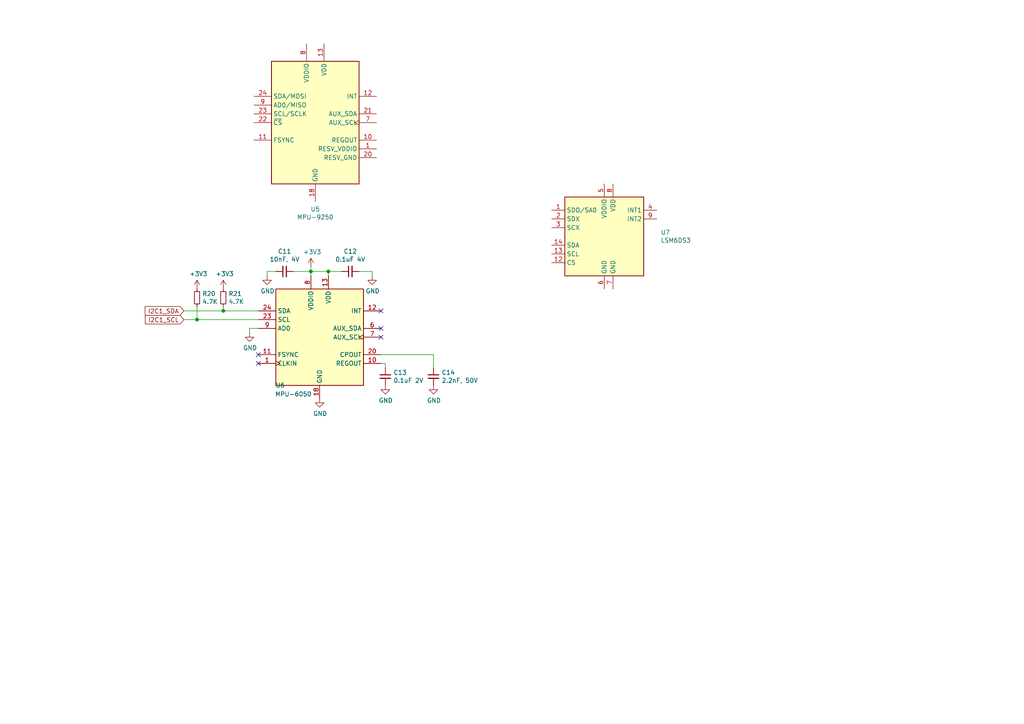
<source format=kicad_sch>
(kicad_sch (version 20211123) (generator eeschema)

  (uuid e9ccf703-6dd7-4622-b0b2-be36431512d4)

  (paper "A4")

  (lib_symbols
    (symbol "Device:C_Small" (pin_numbers hide) (pin_names (offset 0.254) hide) (in_bom yes) (on_board yes)
      (property "Reference" "C" (id 0) (at 0.254 1.778 0)
        (effects (font (size 1.27 1.27)) (justify left))
      )
      (property "Value" "C_Small" (id 1) (at 0.254 -2.032 0)
        (effects (font (size 1.27 1.27)) (justify left))
      )
      (property "Footprint" "" (id 2) (at 0 0 0)
        (effects (font (size 1.27 1.27)) hide)
      )
      (property "Datasheet" "~" (id 3) (at 0 0 0)
        (effects (font (size 1.27 1.27)) hide)
      )
      (property "ki_keywords" "capacitor cap" (id 4) (at 0 0 0)
        (effects (font (size 1.27 1.27)) hide)
      )
      (property "ki_description" "Unpolarized capacitor, small symbol" (id 5) (at 0 0 0)
        (effects (font (size 1.27 1.27)) hide)
      )
      (property "ki_fp_filters" "C_*" (id 6) (at 0 0 0)
        (effects (font (size 1.27 1.27)) hide)
      )
      (symbol "C_Small_0_1"
        (polyline
          (pts
            (xy -1.524 -0.508)
            (xy 1.524 -0.508)
          )
          (stroke (width 0.3302) (type default) (color 0 0 0 0))
          (fill (type none))
        )
        (polyline
          (pts
            (xy -1.524 0.508)
            (xy 1.524 0.508)
          )
          (stroke (width 0.3048) (type default) (color 0 0 0 0))
          (fill (type none))
        )
      )
      (symbol "C_Small_1_1"
        (pin passive line (at 0 2.54 270) (length 2.032)
          (name "~" (effects (font (size 1.27 1.27))))
          (number "1" (effects (font (size 1.27 1.27))))
        )
        (pin passive line (at 0 -2.54 90) (length 2.032)
          (name "~" (effects (font (size 1.27 1.27))))
          (number "2" (effects (font (size 1.27 1.27))))
        )
      )
    )
    (symbol "Device:R_Small" (pin_numbers hide) (pin_names (offset 0.254) hide) (in_bom yes) (on_board yes)
      (property "Reference" "R" (id 0) (at 0.762 0.508 0)
        (effects (font (size 1.27 1.27)) (justify left))
      )
      (property "Value" "R_Small" (id 1) (at 0.762 -1.016 0)
        (effects (font (size 1.27 1.27)) (justify left))
      )
      (property "Footprint" "" (id 2) (at 0 0 0)
        (effects (font (size 1.27 1.27)) hide)
      )
      (property "Datasheet" "~" (id 3) (at 0 0 0)
        (effects (font (size 1.27 1.27)) hide)
      )
      (property "ki_keywords" "R resistor" (id 4) (at 0 0 0)
        (effects (font (size 1.27 1.27)) hide)
      )
      (property "ki_description" "Resistor, small symbol" (id 5) (at 0 0 0)
        (effects (font (size 1.27 1.27)) hide)
      )
      (property "ki_fp_filters" "R_*" (id 6) (at 0 0 0)
        (effects (font (size 1.27 1.27)) hide)
      )
      (symbol "R_Small_0_1"
        (rectangle (start -0.762 1.778) (end 0.762 -1.778)
          (stroke (width 0.2032) (type default) (color 0 0 0 0))
          (fill (type none))
        )
      )
      (symbol "R_Small_1_1"
        (pin passive line (at 0 2.54 270) (length 0.762)
          (name "~" (effects (font (size 1.27 1.27))))
          (number "1" (effects (font (size 1.27 1.27))))
        )
        (pin passive line (at 0 -2.54 90) (length 0.762)
          (name "~" (effects (font (size 1.27 1.27))))
          (number "2" (effects (font (size 1.27 1.27))))
        )
      )
    )
    (symbol "ECE477_PCB-rescue:+3.3V-power" (power) (pin_names (offset 0)) (in_bom yes) (on_board yes)
      (property "Reference" "#PWR" (id 0) (at 0 -3.81 0)
        (effects (font (size 1.27 1.27)) hide)
      )
      (property "Value" "+3.3V-power" (id 1) (at 0 3.556 0)
        (effects (font (size 1.27 1.27)))
      )
      (property "Footprint" "" (id 2) (at 0 0 0)
        (effects (font (size 1.27 1.27)) hide)
      )
      (property "Datasheet" "" (id 3) (at 0 0 0)
        (effects (font (size 1.27 1.27)) hide)
      )
      (symbol "+3.3V-power_0_1"
        (polyline
          (pts
            (xy -0.762 1.27)
            (xy 0 2.54)
          )
          (stroke (width 0) (type default) (color 0 0 0 0))
          (fill (type none))
        )
        (polyline
          (pts
            (xy 0 0)
            (xy 0 2.54)
          )
          (stroke (width 0) (type default) (color 0 0 0 0))
          (fill (type none))
        )
        (polyline
          (pts
            (xy 0 2.54)
            (xy 0.762 1.27)
          )
          (stroke (width 0) (type default) (color 0 0 0 0))
          (fill (type none))
        )
      )
      (symbol "+3.3V-power_1_1"
        (pin power_in line (at 0 0 90) (length 0) hide
          (name "+3V3" (effects (font (size 1.27 1.27))))
          (number "1" (effects (font (size 1.27 1.27))))
        )
      )
    )
    (symbol "Sensor_Motion:LSM6DS3" (in_bom yes) (on_board yes)
      (property "Reference" "U" (id 0) (at -11.43 15.24 0)
        (effects (font (size 1.27 1.27)) (justify left))
      )
      (property "Value" "LSM6DS3" (id 1) (at -11.43 12.7 0)
        (effects (font (size 1.27 1.27)) (justify left bottom))
      )
      (property "Footprint" "Package_LGA:LGA-14_3x2.5mm_P0.5mm_LayoutBorder3x4y" (id 2) (at -10.16 -17.78 0)
        (effects (font (size 1.27 1.27)) (justify left) hide)
      )
      (property "Datasheet" "www.st.com/resource/en/datasheet/lsm6ds3.pdf" (id 3) (at 2.54 -16.51 0)
        (effects (font (size 1.27 1.27)) hide)
      )
      (property "ki_keywords" "Accelerometer Gyroscope MEMS" (id 4) (at 0 0 0)
        (effects (font (size 1.27 1.27)) hide)
      )
      (property "ki_description" "I2C/SPI, iNEMO inertial module: always-on 3D accelerometer and 3D gyroscope" (id 5) (at 0 0 0)
        (effects (font (size 1.27 1.27)) hide)
      )
      (property "ki_fp_filters" "LGA*3x2.5mm*P0.5mm*LayoutBorder3x4y*" (id 6) (at 0 0 0)
        (effects (font (size 1.27 1.27)) hide)
      )
      (symbol "LSM6DS3_0_1"
        (rectangle (start 11.43 11.43) (end -11.43 -11.43)
          (stroke (width 0.254) (type default) (color 0 0 0 0))
          (fill (type background))
        )
      )
      (symbol "LSM6DS3_1_1"
        (pin bidirectional line (at -15.24 7.62 0) (length 3.81)
          (name "SDO/SA0" (effects (font (size 1.27 1.27))))
          (number "1" (effects (font (size 1.27 1.27))))
        )
        (pin no_connect line (at 10.16 -5.08 180) (length 3.81) hide
          (name "NC" (effects (font (size 1.27 1.27))))
          (number "10" (effects (font (size 1.27 1.27))))
        )
        (pin no_connect line (at 10.16 -2.54 180) (length 3.81) hide
          (name "NC" (effects (font (size 1.27 1.27))))
          (number "11" (effects (font (size 1.27 1.27))))
        )
        (pin input line (at -15.24 -7.62 0) (length 3.81)
          (name "CS" (effects (font (size 1.27 1.27))))
          (number "12" (effects (font (size 1.27 1.27))))
        )
        (pin input line (at -15.24 -5.08 0) (length 3.81)
          (name "SCL" (effects (font (size 1.27 1.27))))
          (number "13" (effects (font (size 1.27 1.27))))
        )
        (pin bidirectional line (at -15.24 -2.54 0) (length 3.81)
          (name "SDA" (effects (font (size 1.27 1.27))))
          (number "14" (effects (font (size 1.27 1.27))))
        )
        (pin bidirectional line (at -15.24 5.08 0) (length 3.81)
          (name "SDX" (effects (font (size 1.27 1.27))))
          (number "2" (effects (font (size 1.27 1.27))))
        )
        (pin input line (at -15.24 2.54 0) (length 3.81)
          (name "SCX" (effects (font (size 1.27 1.27))))
          (number "3" (effects (font (size 1.27 1.27))))
        )
        (pin output line (at 15.24 7.62 180) (length 3.81)
          (name "INT1" (effects (font (size 1.27 1.27))))
          (number "4" (effects (font (size 1.27 1.27))))
        )
        (pin power_in line (at 0 15.24 270) (length 3.81)
          (name "VDDIO" (effects (font (size 1.27 1.27))))
          (number "5" (effects (font (size 1.27 1.27))))
        )
        (pin power_in line (at 0 -15.24 90) (length 3.81)
          (name "GND" (effects (font (size 1.27 1.27))))
          (number "6" (effects (font (size 1.27 1.27))))
        )
        (pin power_in line (at 2.54 -15.24 90) (length 3.81)
          (name "GND" (effects (font (size 1.27 1.27))))
          (number "7" (effects (font (size 1.27 1.27))))
        )
        (pin power_in line (at 2.54 15.24 270) (length 3.81)
          (name "VDD" (effects (font (size 1.27 1.27))))
          (number "8" (effects (font (size 1.27 1.27))))
        )
        (pin output line (at 15.24 5.08 180) (length 3.81)
          (name "INT2" (effects (font (size 1.27 1.27))))
          (number "9" (effects (font (size 1.27 1.27))))
        )
      )
    )
    (symbol "Sensor_Motion:MPU-6050" (in_bom yes) (on_board yes)
      (property "Reference" "U" (id 0) (at -11.43 13.97 0)
        (effects (font (size 1.27 1.27)))
      )
      (property "Value" "MPU-6050" (id 1) (at 7.62 -15.24 0)
        (effects (font (size 1.27 1.27)))
      )
      (property "Footprint" "Sensor_Motion:InvenSense_QFN-24_4x4mm_P0.5mm" (id 2) (at 0 -20.32 0)
        (effects (font (size 1.27 1.27)) hide)
      )
      (property "Datasheet" "https://store.invensense.com/datasheets/invensense/MPU-6050_DataSheet_V3%204.pdf" (id 3) (at 0 -3.81 0)
        (effects (font (size 1.27 1.27)) hide)
      )
      (property "ki_keywords" "mems" (id 4) (at 0 0 0)
        (effects (font (size 1.27 1.27)) hide)
      )
      (property "ki_description" "InvenSense 6-Axis Motion Sensor, Gyroscope, Accelerometer, I2C" (id 5) (at 0 0 0)
        (effects (font (size 1.27 1.27)) hide)
      )
      (property "ki_fp_filters" "*QFN*4x4mm*P0.5mm*" (id 6) (at 0 0 0)
        (effects (font (size 1.27 1.27)) hide)
      )
      (symbol "MPU-6050_0_0"
        (text "" (at 12.7 -2.54 0)
          (effects (font (size 1.27 1.27)))
        )
      )
      (symbol "MPU-6050_0_1"
        (rectangle (start -12.7 13.97) (end 12.7 -13.97)
          (stroke (width 0.254) (type default) (color 0 0 0 0))
          (fill (type background))
        )
      )
      (symbol "MPU-6050_1_1"
        (pin input clock (at -17.78 -7.62 0) (length 5.08)
          (name "CLKIN" (effects (font (size 1.27 1.27))))
          (number "1" (effects (font (size 1.27 1.27))))
        )
        (pin passive line (at 17.78 -7.62 180) (length 5.08)
          (name "REGOUT" (effects (font (size 1.27 1.27))))
          (number "10" (effects (font (size 1.27 1.27))))
        )
        (pin input line (at -17.78 -5.08 0) (length 5.08)
          (name "FSYNC" (effects (font (size 1.27 1.27))))
          (number "11" (effects (font (size 1.27 1.27))))
        )
        (pin output line (at 17.78 7.62 180) (length 5.08)
          (name "INT" (effects (font (size 1.27 1.27))))
          (number "12" (effects (font (size 1.27 1.27))))
        )
        (pin power_in line (at 2.54 17.78 270) (length 3.81)
          (name "VDD" (effects (font (size 1.27 1.27))))
          (number "13" (effects (font (size 1.27 1.27))))
        )
        (pin no_connect line (at -12.7 -10.16 0) (length 2.54) hide
          (name "NC" (effects (font (size 1.27 1.27))))
          (number "14" (effects (font (size 1.27 1.27))))
        )
        (pin no_connect line (at 12.7 12.7 180) (length 2.54) hide
          (name "NC" (effects (font (size 1.27 1.27))))
          (number "15" (effects (font (size 1.27 1.27))))
        )
        (pin no_connect line (at 12.7 10.16 180) (length 2.54) hide
          (name "NC" (effects (font (size 1.27 1.27))))
          (number "16" (effects (font (size 1.27 1.27))))
        )
        (pin no_connect line (at 12.7 5.08 180) (length 2.54) hide
          (name "NC" (effects (font (size 1.27 1.27))))
          (number "17" (effects (font (size 1.27 1.27))))
        )
        (pin power_in line (at 0 -17.78 90) (length 3.81)
          (name "GND" (effects (font (size 1.27 1.27))))
          (number "18" (effects (font (size 1.27 1.27))))
        )
        (pin no_connect line (at 12.7 -10.16 180) (length 2.54) hide
          (name "NC" (effects (font (size 1.27 1.27))))
          (number "19" (effects (font (size 1.27 1.27))))
        )
        (pin no_connect line (at -12.7 12.7 0) (length 2.54) hide
          (name "NC" (effects (font (size 1.27 1.27))))
          (number "2" (effects (font (size 1.27 1.27))))
        )
        (pin passive line (at 17.78 -5.08 180) (length 5.08)
          (name "CPOUT" (effects (font (size 1.27 1.27))))
          (number "20" (effects (font (size 1.27 1.27))))
        )
        (pin no_connect line (at 12.7 -2.54 180) (length 2.54) hide
          (name "NC" (effects (font (size 1.27 1.27))))
          (number "21" (effects (font (size 1.27 1.27))))
        )
        (pin no_connect line (at 12.7 -12.7 180) (length 2.54) hide
          (name "NC" (effects (font (size 1.27 1.27))))
          (number "22" (effects (font (size 1.27 1.27))))
        )
        (pin input line (at -17.78 5.08 0) (length 5.08)
          (name "SCL" (effects (font (size 1.27 1.27))))
          (number "23" (effects (font (size 1.27 1.27))))
        )
        (pin bidirectional line (at -17.78 7.62 0) (length 5.08)
          (name "SDA" (effects (font (size 1.27 1.27))))
          (number "24" (effects (font (size 1.27 1.27))))
        )
        (pin no_connect line (at -12.7 10.16 0) (length 2.54) hide
          (name "NC" (effects (font (size 1.27 1.27))))
          (number "3" (effects (font (size 1.27 1.27))))
        )
        (pin no_connect line (at -12.7 0 0) (length 2.54) hide
          (name "NC" (effects (font (size 1.27 1.27))))
          (number "4" (effects (font (size 1.27 1.27))))
        )
        (pin no_connect line (at -12.7 -2.54 0) (length 2.54) hide
          (name "NC" (effects (font (size 1.27 1.27))))
          (number "5" (effects (font (size 1.27 1.27))))
        )
        (pin bidirectional line (at 17.78 2.54 180) (length 5.08)
          (name "AUX_SDA" (effects (font (size 1.27 1.27))))
          (number "6" (effects (font (size 1.27 1.27))))
        )
        (pin output clock (at 17.78 0 180) (length 5.08)
          (name "AUX_SCL" (effects (font (size 1.27 1.27))))
          (number "7" (effects (font (size 1.27 1.27))))
        )
        (pin power_in line (at -2.54 17.78 270) (length 3.81)
          (name "VDDIO" (effects (font (size 1.27 1.27))))
          (number "8" (effects (font (size 1.27 1.27))))
        )
        (pin input line (at -17.78 2.54 0) (length 5.08)
          (name "AD0" (effects (font (size 1.27 1.27))))
          (number "9" (effects (font (size 1.27 1.27))))
        )
      )
    )
    (symbol "Sensor_Motion:MPU-9250" (in_bom yes) (on_board yes)
      (property "Reference" "U" (id 0) (at -11.43 19.05 0)
        (effects (font (size 1.27 1.27)))
      )
      (property "Value" "MPU-9250" (id 1) (at 7.62 -19.05 0)
        (effects (font (size 1.27 1.27)))
      )
      (property "Footprint" "Sensor_Motion:InvenSense_QFN-24_3x3mm_P0.4mm" (id 2) (at 0 -25.4 0)
        (effects (font (size 1.27 1.27)) hide)
      )
      (property "Datasheet" "https://store.invensense.com/datasheets/invensense/MPU9250REV1.0.pdf" (id 3) (at 0 -3.81 0)
        (effects (font (size 1.27 1.27)) hide)
      )
      (property "ki_keywords" "mems magnetometer" (id 4) (at 0 0 0)
        (effects (font (size 1.27 1.27)) hide)
      )
      (property "ki_description" "InvenSense 9-Axis Motion Sensor, Accelerometer, Gyroscope, Compass, I2C/SPI" (id 5) (at 0 0 0)
        (effects (font (size 1.27 1.27)) hide)
      )
      (property "ki_fp_filters" "*QFN*3x3mm*P0.4mm*" (id 6) (at 0 0 0)
        (effects (font (size 1.27 1.27)) hide)
      )
      (symbol "MPU-9250_0_1"
        (rectangle (start -12.7 17.78) (end 12.7 -17.78)
          (stroke (width 0.254) (type default) (color 0 0 0 0))
          (fill (type background))
        )
      )
      (symbol "MPU-9250_1_1"
        (pin input line (at 17.78 -7.62 180) (length 5.08)
          (name "RESV_VDDIO" (effects (font (size 1.27 1.27))))
          (number "1" (effects (font (size 1.27 1.27))))
        )
        (pin passive line (at 17.78 -5.08 180) (length 5.08)
          (name "REGOUT" (effects (font (size 1.27 1.27))))
          (number "10" (effects (font (size 1.27 1.27))))
        )
        (pin input line (at -17.78 -5.08 0) (length 5.08)
          (name "FSYNC" (effects (font (size 1.27 1.27))))
          (number "11" (effects (font (size 1.27 1.27))))
        )
        (pin output line (at 17.78 7.62 180) (length 5.08)
          (name "INT" (effects (font (size 1.27 1.27))))
          (number "12" (effects (font (size 1.27 1.27))))
        )
        (pin power_in line (at 2.54 22.86 270) (length 5.08)
          (name "VDD" (effects (font (size 1.27 1.27))))
          (number "13" (effects (font (size 1.27 1.27))))
        )
        (pin power_in line (at 0 -22.86 90) (length 5.08)
          (name "GND" (effects (font (size 1.27 1.27))))
          (number "18" (effects (font (size 1.27 1.27))))
        )
        (pin power_in line (at 17.78 -10.16 180) (length 5.08)
          (name "RESV_GND" (effects (font (size 1.27 1.27))))
          (number "20" (effects (font (size 1.27 1.27))))
        )
        (pin bidirectional line (at 17.78 2.54 180) (length 5.08)
          (name "AUX_SDA" (effects (font (size 1.27 1.27))))
          (number "21" (effects (font (size 1.27 1.27))))
        )
        (pin input line (at -17.78 0 0) (length 5.08)
          (name "~{CS}" (effects (font (size 1.27 1.27))))
          (number "22" (effects (font (size 1.27 1.27))))
        )
        (pin input line (at -17.78 2.54 0) (length 5.08)
          (name "SCL/SCLK" (effects (font (size 1.27 1.27))))
          (number "23" (effects (font (size 1.27 1.27))))
        )
        (pin bidirectional line (at -17.78 7.62 0) (length 5.08)
          (name "SDA/MOSI" (effects (font (size 1.27 1.27))))
          (number "24" (effects (font (size 1.27 1.27))))
        )
        (pin output clock (at 17.78 0 180) (length 5.08)
          (name "AUX_SCL" (effects (font (size 1.27 1.27))))
          (number "7" (effects (font (size 1.27 1.27))))
        )
        (pin power_in line (at -2.54 22.86 270) (length 5.08)
          (name "VDDIO" (effects (font (size 1.27 1.27))))
          (number "8" (effects (font (size 1.27 1.27))))
        )
        (pin bidirectional line (at -17.78 5.08 0) (length 5.08)
          (name "AD0/MISO" (effects (font (size 1.27 1.27))))
          (number "9" (effects (font (size 1.27 1.27))))
        )
      )
    )
    (symbol "power:GND" (power) (pin_names (offset 0)) (in_bom yes) (on_board yes)
      (property "Reference" "#PWR" (id 0) (at 0 -6.35 0)
        (effects (font (size 1.27 1.27)) hide)
      )
      (property "Value" "GND" (id 1) (at 0 -3.81 0)
        (effects (font (size 1.27 1.27)))
      )
      (property "Footprint" "" (id 2) (at 0 0 0)
        (effects (font (size 1.27 1.27)) hide)
      )
      (property "Datasheet" "" (id 3) (at 0 0 0)
        (effects (font (size 1.27 1.27)) hide)
      )
      (property "ki_keywords" "power-flag" (id 4) (at 0 0 0)
        (effects (font (size 1.27 1.27)) hide)
      )
      (property "ki_description" "Power symbol creates a global label with name \"GND\" , ground" (id 5) (at 0 0 0)
        (effects (font (size 1.27 1.27)) hide)
      )
      (symbol "GND_0_1"
        (polyline
          (pts
            (xy 0 0)
            (xy 0 -1.27)
            (xy 1.27 -1.27)
            (xy 0 -2.54)
            (xy -1.27 -1.27)
            (xy 0 -1.27)
          )
          (stroke (width 0) (type default) (color 0 0 0 0))
          (fill (type none))
        )
      )
      (symbol "GND_1_1"
        (pin power_in line (at 0 0 270) (length 0) hide
          (name "GND" (effects (font (size 1.27 1.27))))
          (number "1" (effects (font (size 1.27 1.27))))
        )
      )
    )
  )

  (junction (at 95.25 78.74) (diameter 0) (color 0 0 0 0)
    (uuid 09b977c9-6113-4954-b8e6-c6f70807c9f0)
  )
  (junction (at 64.77 90.17) (diameter 0) (color 0 0 0 0)
    (uuid 10cf5bed-6708-4e22-b25c-b16ea697e5ec)
  )
  (junction (at 57.15 92.71) (diameter 0) (color 0 0 0 0)
    (uuid 8223de9a-fa76-4475-9090-62d7aea429e8)
  )
  (junction (at 90.17 78.74) (diameter 0) (color 0 0 0 0)
    (uuid b814f4eb-5598-4066-bc7d-1168ee3d5817)
  )

  (no_connect (at 110.49 90.17) (uuid 2e89f9cc-d540-4c5d-886d-5b9ce5dff705))
  (no_connect (at 74.93 105.41) (uuid 8baeb07d-de73-41d7-b27f-d6766bdf6f2b))
  (no_connect (at 74.93 102.87) (uuid a90de747-087c-4e1c-9768-de7bb121d488))
  (no_connect (at 110.49 97.79) (uuid c5eac648-381c-4910-884c-caee77ccd125))
  (no_connect (at 110.49 95.25) (uuid fd10f8ab-04c0-4495-ba47-8df0572a9200))

  (wire (pts (xy 110.49 102.87) (xy 125.73 102.87))
    (stroke (width 0) (type default) (color 0 0 0 0))
    (uuid 2bd46198-490d-4693-bec8-f72954a1fd15)
  )
  (wire (pts (xy 77.47 80.01) (xy 77.47 78.74))
    (stroke (width 0) (type default) (color 0 0 0 0))
    (uuid 334b1b39-4fa0-475c-a360-4845ba96aecd)
  )
  (wire (pts (xy 107.95 80.01) (xy 107.95 78.74))
    (stroke (width 0) (type default) (color 0 0 0 0))
    (uuid 3a94f150-6cfb-4cab-9008-fa1e061feacd)
  )
  (wire (pts (xy 53.34 90.17) (xy 64.77 90.17))
    (stroke (width 0) (type default) (color 0 0 0 0))
    (uuid 493dcb96-3046-40a1-861e-24eff7aad366)
  )
  (wire (pts (xy 104.14 78.74) (xy 107.95 78.74))
    (stroke (width 0) (type default) (color 0 0 0 0))
    (uuid 4c5a52c2-e8e2-4e28-b97a-528db515b56f)
  )
  (wire (pts (xy 90.17 77.47) (xy 90.17 78.74))
    (stroke (width 0) (type default) (color 0 0 0 0))
    (uuid 64975272-895b-4527-a6db-90dc45cb8df1)
  )
  (wire (pts (xy 72.39 96.52) (xy 72.39 95.25))
    (stroke (width 0) (type default) (color 0 0 0 0))
    (uuid 67e5b9ce-d78f-4d2c-b2f5-c868826fc444)
  )
  (wire (pts (xy 53.34 92.71) (xy 57.15 92.71))
    (stroke (width 0) (type default) (color 0 0 0 0))
    (uuid 7703be36-3b42-4d47-a675-9d4fc474b1bd)
  )
  (wire (pts (xy 125.73 106.68) (xy 125.73 102.87))
    (stroke (width 0) (type default) (color 0 0 0 0))
    (uuid 78b52ec5-6e6b-4359-8bfd-891886a88d51)
  )
  (wire (pts (xy 99.06 78.74) (xy 95.25 78.74))
    (stroke (width 0) (type default) (color 0 0 0 0))
    (uuid 88c53c71-c381-4f28-bf16-2043e4e223e0)
  )
  (wire (pts (xy 85.09 78.74) (xy 90.17 78.74))
    (stroke (width 0) (type default) (color 0 0 0 0))
    (uuid 8951a822-f5ed-488b-a6b2-168bf76cf106)
  )
  (wire (pts (xy 77.47 78.74) (xy 80.01 78.74))
    (stroke (width 0) (type default) (color 0 0 0 0))
    (uuid 910a5f68-4d7d-45db-aded-59cfa3c4e159)
  )
  (wire (pts (xy 95.25 78.74) (xy 95.25 80.01))
    (stroke (width 0) (type default) (color 0 0 0 0))
    (uuid 984b2872-3b60-4d78-912e-86a2f1e9cd4b)
  )
  (wire (pts (xy 90.17 78.74) (xy 90.17 80.01))
    (stroke (width 0) (type default) (color 0 0 0 0))
    (uuid a2de337f-ac7e-4728-b97e-a69778d4cbaa)
  )
  (wire (pts (xy 110.49 105.41) (xy 111.76 105.41))
    (stroke (width 0) (type default) (color 0 0 0 0))
    (uuid b6cede89-0103-4404-86d6-63a8663329cb)
  )
  (wire (pts (xy 111.76 105.41) (xy 111.76 106.68))
    (stroke (width 0) (type default) (color 0 0 0 0))
    (uuid b73fd57b-ca2c-4c21-abc6-16723896ef23)
  )
  (wire (pts (xy 74.93 92.71) (xy 57.15 92.71))
    (stroke (width 0) (type default) (color 0 0 0 0))
    (uuid be1af07b-5a10-4d30-90cd-d8141a1a1870)
  )
  (wire (pts (xy 57.15 92.71) (xy 57.15 88.9))
    (stroke (width 0) (type default) (color 0 0 0 0))
    (uuid bf7be75f-94b9-4d26-b3a6-254e12dfe357)
  )
  (wire (pts (xy 90.17 78.74) (xy 95.25 78.74))
    (stroke (width 0) (type default) (color 0 0 0 0))
    (uuid c522ed4f-1229-4c07-845a-cc3690179dbd)
  )
  (wire (pts (xy 72.39 95.25) (xy 74.93 95.25))
    (stroke (width 0) (type default) (color 0 0 0 0))
    (uuid cf89faea-8540-42c3-9c16-871a2955375e)
  )
  (wire (pts (xy 64.77 88.9) (xy 64.77 90.17))
    (stroke (width 0) (type default) (color 0 0 0 0))
    (uuid dcde262e-9b97-4002-9711-0b46434025cd)
  )
  (wire (pts (xy 64.77 90.17) (xy 74.93 90.17))
    (stroke (width 0) (type default) (color 0 0 0 0))
    (uuid f6a7da6e-0410-40ba-89bf-1d8ff5ccfd0d)
  )

  (global_label "I2C1_SDA" (shape input) (at 53.34 90.17 180) (fields_autoplaced)
    (effects (font (size 1.27 1.27)) (justify right))
    (uuid 23fb14b4-49f4-4e63-bf39-477ed5357cd5)
    (property "Intersheet References" "${INTERSHEET_REFS}" (id 0) (at 0 0 0)
      (effects (font (size 1.27 1.27)) hide)
    )
  )
  (global_label "I2C1_SCL" (shape input) (at 53.34 92.71 180) (fields_autoplaced)
    (effects (font (size 1.27 1.27)) (justify right))
    (uuid 2c356f98-37cb-4a4d-8e75-ac3b6f781049)
    (property "Intersheet References" "${INTERSHEET_REFS}" (id 0) (at 0 0 0)
      (effects (font (size 1.27 1.27)) hide)
    )
  )

  (symbol (lib_id "Sensor_Motion:MPU-6050") (at 92.71 97.79 0) (unit 1)
    (in_bom yes) (on_board yes)
    (uuid 00000000-0000-0000-0000-0000638b6202)
    (property "Reference" "U6" (id 0) (at 81.28 111.76 0))
    (property "Value" "MPU-6050" (id 1) (at 85.09 114.3 0))
    (property "Footprint" "Sensor_Motion:InvenSense_QFN-24_4x4mm_P0.5mm" (id 2) (at 92.71 118.11 0)
      (effects (font (size 1.27 1.27)) hide)
    )
    (property "Datasheet" "https://store.invensense.com/datasheets/invensense/MPU-6050_DataSheet_V3%204.pdf" (id 3) (at 92.71 101.6 0)
      (effects (font (size 1.27 1.27)) hide)
    )
    (property "LCSC Part #" "C24112" (id 4) (at 92.71 97.79 0)
      (effects (font (size 1.27 1.27)) hide)
    )
    (property "LCSC" "C24112" (id 5) (at 92.71 97.79 0)
      (effects (font (size 1.27 1.27)) hide)
    )
    (pin "1" (uuid 1dc63386-e277-40c7-b897-cbf252126745))
    (pin "10" (uuid 5426c3d4-6fa0-4dbf-a0e9-e52e6415a972))
    (pin "11" (uuid f87666d3-7722-4f52-9e40-47765eb818c2))
    (pin "12" (uuid ac0edb84-e690-4ac5-a915-a72c59480401))
    (pin "13" (uuid fbaafc47-6309-4c7e-b4ac-424dfdcaf0c6))
    (pin "14" (uuid f0ac280b-d260-48b7-ae0b-4f6bb8bf77ae))
    (pin "15" (uuid 6b8588fb-4955-4f69-8884-4b6e17f384a4))
    (pin "16" (uuid f6e0802b-505e-4898-8a59-178def42a178))
    (pin "17" (uuid 5be2916b-1c64-4671-af2d-ced39313f9f9))
    (pin "18" (uuid 6e7eac9f-5702-421a-841a-1d655093e1ae))
    (pin "19" (uuid 2602de10-8125-44be-81cb-9e3a3c5cdd91))
    (pin "2" (uuid 9d142e43-a055-4efb-8020-bfc76b9e0b0b))
    (pin "20" (uuid 156d321e-e631-4386-bf9a-ebc913c9c955))
    (pin "21" (uuid 0bc44792-023d-48c1-ae66-c3ae2fbc7c9b))
    (pin "22" (uuid 9f3be57d-867e-4983-a8fd-90dd2bd9a25f))
    (pin "23" (uuid 8b33bcc8-e40b-4cf2-99e5-38ffe1284012))
    (pin "24" (uuid fb726768-6d9a-4480-901d-06766ba8c64d))
    (pin "3" (uuid ae8201c2-e8dd-4f6e-84c5-3b3f2d155ff5))
    (pin "4" (uuid 026adf3c-da9c-46a9-9ebb-4e63255b00c2))
    (pin "5" (uuid 93a9ed1d-0ac8-4a57-aea1-cdd515c4baa8))
    (pin "6" (uuid bfe4ac60-361d-45d3-a602-35e2f68bb4be))
    (pin "7" (uuid 5657f8f5-8e8b-44e9-8abd-5e149fb24ced))
    (pin "8" (uuid 70131708-908e-46ca-9f1c-66c94942b9ed))
    (pin "9" (uuid 86663698-ee3c-4397-b29c-391cd9f6c1fb))
  )

  (symbol (lib_id "Device:C_Small") (at 125.73 109.22 0) (unit 1)
    (in_bom yes) (on_board yes)
    (uuid 00000000-0000-0000-0000-0000638b620c)
    (property "Reference" "C14" (id 0) (at 128.0668 108.0516 0)
      (effects (font (size 1.27 1.27)) (justify left))
    )
    (property "Value" "2.2nF, 50V" (id 1) (at 128.0668 110.363 0)
      (effects (font (size 1.27 1.27)) (justify left))
    )
    (property "Footprint" "Capacitor_SMD:C_0805_2012Metric" (id 2) (at 125.73 109.22 0)
      (effects (font (size 1.27 1.27)) hide)
    )
    (property "Datasheet" "~" (id 3) (at 125.73 109.22 0)
      (effects (font (size 1.27 1.27)) hide)
    )
    (property "LCSC Part #" "C28260" (id 4) (at 125.73 109.22 0)
      (effects (font (size 1.27 1.27)) hide)
    )
    (property "LCSC" "C28260" (id 5) (at 125.73 109.22 0)
      (effects (font (size 1.27 1.27)) hide)
    )
    (pin "1" (uuid 01290586-a517-44db-9181-177afbd1c648))
    (pin "2" (uuid ac0d606e-8704-4d17-8b64-d7285cdbd0ed))
  )

  (symbol (lib_id "Device:C_Small") (at 111.76 109.22 0) (unit 1)
    (in_bom yes) (on_board yes)
    (uuid 00000000-0000-0000-0000-0000638b6214)
    (property "Reference" "C13" (id 0) (at 114.0968 108.0516 0)
      (effects (font (size 1.27 1.27)) (justify left))
    )
    (property "Value" "0.1uF 2V" (id 1) (at 114.0968 110.363 0)
      (effects (font (size 1.27 1.27)) (justify left))
    )
    (property "Footprint" "Capacitor_SMD:C_0402_1005Metric" (id 2) (at 111.76 109.22 0)
      (effects (font (size 1.27 1.27)) hide)
    )
    (property "Datasheet" "~" (id 3) (at 111.76 109.22 0)
      (effects (font (size 1.27 1.27)) hide)
    )
    (property "LCSC Part #" "C1525" (id 4) (at 111.76 109.22 0)
      (effects (font (size 1.27 1.27)) hide)
    )
    (property "LCSC" "C1525" (id 5) (at 111.76 109.22 0)
      (effects (font (size 1.27 1.27)) hide)
    )
    (pin "1" (uuid 049e2a01-a910-4f5e-bebb-49cff7c8e158))
    (pin "2" (uuid 807436dc-8c01-4f3a-81d6-3684b1aef439))
  )

  (symbol (lib_id "power:GND") (at 111.76 111.76 0) (unit 1)
    (in_bom yes) (on_board yes)
    (uuid 00000000-0000-0000-0000-0000638b621a)
    (property "Reference" "#PWR0129" (id 0) (at 111.76 118.11 0)
      (effects (font (size 1.27 1.27)) hide)
    )
    (property "Value" "GND" (id 1) (at 111.887 116.1542 0))
    (property "Footprint" "" (id 2) (at 111.76 111.76 0)
      (effects (font (size 1.27 1.27)) hide)
    )
    (property "Datasheet" "" (id 3) (at 111.76 111.76 0)
      (effects (font (size 1.27 1.27)) hide)
    )
    (pin "1" (uuid 77a69f5f-0d09-4f23-948f-8dca29e2755a))
  )

  (symbol (lib_id "power:GND") (at 125.73 111.76 0) (unit 1)
    (in_bom yes) (on_board yes)
    (uuid 00000000-0000-0000-0000-0000638b6220)
    (property "Reference" "#PWR0130" (id 0) (at 125.73 118.11 0)
      (effects (font (size 1.27 1.27)) hide)
    )
    (property "Value" "GND" (id 1) (at 125.857 116.1542 0))
    (property "Footprint" "" (id 2) (at 125.73 111.76 0)
      (effects (font (size 1.27 1.27)) hide)
    )
    (property "Datasheet" "" (id 3) (at 125.73 111.76 0)
      (effects (font (size 1.27 1.27)) hide)
    )
    (pin "1" (uuid 8b43eeba-bd9b-4a28-936c-f2487f13f217))
  )

  (symbol (lib_id "Device:C_Small") (at 82.55 78.74 90) (unit 1)
    (in_bom yes) (on_board yes)
    (uuid 00000000-0000-0000-0000-0000638b6230)
    (property "Reference" "C11" (id 0) (at 82.55 72.9234 90))
    (property "Value" "10nF, 4V" (id 1) (at 82.55 75.2348 90))
    (property "Footprint" "Capacitor_SMD:C_0402_1005Metric" (id 2) (at 82.55 78.74 0)
      (effects (font (size 1.27 1.27)) hide)
    )
    (property "Datasheet" "~" (id 3) (at 82.55 78.74 0)
      (effects (font (size 1.27 1.27)) hide)
    )
    (property "LCSC Part #" "C15195" (id 4) (at 82.55 78.74 0)
      (effects (font (size 1.27 1.27)) hide)
    )
    (property "LCSC" "C15195" (id 5) (at 82.55 78.74 0)
      (effects (font (size 1.27 1.27)) hide)
    )
    (pin "1" (uuid 59a15bd2-cda5-426a-9c65-2c833380f3fa))
    (pin "2" (uuid 37b5b58c-2881-4b80-b88d-2e39999acede))
  )

  (symbol (lib_id "power:GND") (at 77.47 80.01 0) (unit 1)
    (in_bom yes) (on_board yes)
    (uuid 00000000-0000-0000-0000-0000638b6236)
    (property "Reference" "#PWR0126" (id 0) (at 77.47 86.36 0)
      (effects (font (size 1.27 1.27)) hide)
    )
    (property "Value" "GND" (id 1) (at 77.597 84.4042 0))
    (property "Footprint" "" (id 2) (at 77.47 80.01 0)
      (effects (font (size 1.27 1.27)) hide)
    )
    (property "Datasheet" "" (id 3) (at 77.47 80.01 0)
      (effects (font (size 1.27 1.27)) hide)
    )
    (pin "1" (uuid a7216a8c-ce05-4db3-96a4-363d79f8f665))
  )

  (symbol (lib_id "ECE477_PCB-rescue:+3.3V-power") (at 90.17 77.47 0) (unit 1)
    (in_bom yes) (on_board yes)
    (uuid 00000000-0000-0000-0000-0000638b6240)
    (property "Reference" "#PWR0128" (id 0) (at 90.17 81.28 0)
      (effects (font (size 1.27 1.27)) hide)
    )
    (property "Value" "+3.3V" (id 1) (at 90.551 73.0758 0))
    (property "Footprint" "" (id 2) (at 90.17 77.47 0)
      (effects (font (size 1.27 1.27)) hide)
    )
    (property "Datasheet" "" (id 3) (at 90.17 77.47 0)
      (effects (font (size 1.27 1.27)) hide)
    )
    (pin "1" (uuid e5a2942b-111c-4761-9c5e-09d030270294))
  )

  (symbol (lib_id "Device:C_Small") (at 101.6 78.74 90) (unit 1)
    (in_bom yes) (on_board yes)
    (uuid 00000000-0000-0000-0000-0000638b624c)
    (property "Reference" "C12" (id 0) (at 101.6 72.9234 90))
    (property "Value" "0.1uF 4V" (id 1) (at 101.6 75.2348 90))
    (property "Footprint" "Capacitor_SMD:C_0402_1005Metric" (id 2) (at 101.6 78.74 0)
      (effects (font (size 1.27 1.27)) hide)
    )
    (property "Datasheet" "~" (id 3) (at 101.6 78.74 0)
      (effects (font (size 1.27 1.27)) hide)
    )
    (property "LCSC Part #" "C1525" (id 4) (at 101.6 78.74 0)
      (effects (font (size 1.27 1.27)) hide)
    )
    (property "LCSC" "C1525" (id 5) (at 101.6 78.74 0)
      (effects (font (size 1.27 1.27)) hide)
    )
    (pin "1" (uuid ab77280c-9aeb-4100-925e-668f92d22074))
    (pin "2" (uuid 04572fb4-3826-4e61-9960-178bc158fdaf))
  )

  (symbol (lib_id "power:GND") (at 107.95 80.01 0) (unit 1)
    (in_bom yes) (on_board yes)
    (uuid 00000000-0000-0000-0000-0000638b6252)
    (property "Reference" "#PWR0127" (id 0) (at 107.95 86.36 0)
      (effects (font (size 1.27 1.27)) hide)
    )
    (property "Value" "GND" (id 1) (at 108.077 84.4042 0))
    (property "Footprint" "" (id 2) (at 107.95 80.01 0)
      (effects (font (size 1.27 1.27)) hide)
    )
    (property "Datasheet" "" (id 3) (at 107.95 80.01 0)
      (effects (font (size 1.27 1.27)) hide)
    )
    (pin "1" (uuid 83167aeb-3f29-4664-8408-499371b80808))
  )

  (symbol (lib_id "Device:R_Small") (at 57.15 86.36 0) (unit 1)
    (in_bom yes) (on_board yes)
    (uuid 00000000-0000-0000-0000-0000638b625f)
    (property "Reference" "R20" (id 0) (at 58.6486 85.1916 0)
      (effects (font (size 1.27 1.27)) (justify left))
    )
    (property "Value" "4.7K" (id 1) (at 58.6486 87.503 0)
      (effects (font (size 1.27 1.27)) (justify left))
    )
    (property "Footprint" "Resistor_SMD:R_0603_1608Metric" (id 2) (at 57.15 86.36 0)
      (effects (font (size 1.27 1.27)) hide)
    )
    (property "Datasheet" "~" (id 3) (at 57.15 86.36 0)
      (effects (font (size 1.27 1.27)) hide)
    )
    (property "LCSC Part #" "C23162" (id 4) (at 57.15 86.36 0)
      (effects (font (size 1.27 1.27)) hide)
    )
    (property "LCSC" "C23162" (id 5) (at 57.15 86.36 0)
      (effects (font (size 1.27 1.27)) hide)
    )
    (pin "1" (uuid 84f5d5cd-bbbb-4d3c-9574-73022a9f0bb3))
    (pin "2" (uuid 02780a59-c2fb-4607-bdf7-d88100095c09))
  )

  (symbol (lib_id "Device:R_Small") (at 64.77 86.36 0) (unit 1)
    (in_bom yes) (on_board yes)
    (uuid 00000000-0000-0000-0000-0000638b6267)
    (property "Reference" "R21" (id 0) (at 66.2686 85.1916 0)
      (effects (font (size 1.27 1.27)) (justify left))
    )
    (property "Value" "4.7K" (id 1) (at 66.2686 87.503 0)
      (effects (font (size 1.27 1.27)) (justify left))
    )
    (property "Footprint" "Resistor_SMD:R_0603_1608Metric" (id 2) (at 64.77 86.36 0)
      (effects (font (size 1.27 1.27)) hide)
    )
    (property "Datasheet" "~" (id 3) (at 64.77 86.36 0)
      (effects (font (size 1.27 1.27)) hide)
    )
    (property "LCSC Part #" "C23162" (id 4) (at 64.77 86.36 0)
      (effects (font (size 1.27 1.27)) hide)
    )
    (property "LCSC" "C23162" (id 5) (at 64.77 86.36 0)
      (effects (font (size 1.27 1.27)) hide)
    )
    (pin "1" (uuid dd914e11-ae82-4c99-b168-65432b1d1b2b))
    (pin "2" (uuid c70d6942-71fc-43ab-a42c-6b04894712dd))
  )

  (symbol (lib_id "ECE477_PCB-rescue:+3.3V-power") (at 57.15 83.82 0) (unit 1)
    (in_bom yes) (on_board yes)
    (uuid 00000000-0000-0000-0000-0000638b6271)
    (property "Reference" "#PWR0123" (id 0) (at 57.15 87.63 0)
      (effects (font (size 1.27 1.27)) hide)
    )
    (property "Value" "+3.3V" (id 1) (at 57.531 79.4258 0))
    (property "Footprint" "" (id 2) (at 57.15 83.82 0)
      (effects (font (size 1.27 1.27)) hide)
    )
    (property "Datasheet" "" (id 3) (at 57.15 83.82 0)
      (effects (font (size 1.27 1.27)) hide)
    )
    (pin "1" (uuid def2fa65-87fd-404f-8f78-5a05ee0323b3))
  )

  (symbol (lib_id "ECE477_PCB-rescue:+3.3V-power") (at 64.77 83.82 0) (unit 1)
    (in_bom yes) (on_board yes)
    (uuid 00000000-0000-0000-0000-0000638b6277)
    (property "Reference" "#PWR0124" (id 0) (at 64.77 87.63 0)
      (effects (font (size 1.27 1.27)) hide)
    )
    (property "Value" "+3.3V" (id 1) (at 65.151 79.4258 0))
    (property "Footprint" "" (id 2) (at 64.77 83.82 0)
      (effects (font (size 1.27 1.27)) hide)
    )
    (property "Datasheet" "" (id 3) (at 64.77 83.82 0)
      (effects (font (size 1.27 1.27)) hide)
    )
    (pin "1" (uuid 54afba5d-2814-4375-b04a-c8eeb22a086d))
  )

  (symbol (lib_id "power:GND") (at 92.71 115.57 0) (unit 1)
    (in_bom yes) (on_board yes)
    (uuid 00000000-0000-0000-0000-0000638b6281)
    (property "Reference" "#PWR0125" (id 0) (at 92.71 121.92 0)
      (effects (font (size 1.27 1.27)) hide)
    )
    (property "Value" "GND" (id 1) (at 92.837 119.9642 0))
    (property "Footprint" "" (id 2) (at 92.71 115.57 0)
      (effects (font (size 1.27 1.27)) hide)
    )
    (property "Datasheet" "" (id 3) (at 92.71 115.57 0)
      (effects (font (size 1.27 1.27)) hide)
    )
    (pin "1" (uuid 8b5a207a-7bd4-42d7-9e06-7b36d3e6717e))
  )

  (symbol (lib_id "power:GND") (at 72.39 96.52 0) (unit 1)
    (in_bom yes) (on_board yes)
    (uuid 00000000-0000-0000-0000-0000638b6287)
    (property "Reference" "#PWR0102" (id 0) (at 72.39 102.87 0)
      (effects (font (size 1.27 1.27)) hide)
    )
    (property "Value" "GND" (id 1) (at 72.517 100.9142 0))
    (property "Footprint" "" (id 2) (at 72.39 96.52 0)
      (effects (font (size 1.27 1.27)) hide)
    )
    (property "Datasheet" "" (id 3) (at 72.39 96.52 0)
      (effects (font (size 1.27 1.27)) hide)
    )
    (pin "1" (uuid 2f84f9fa-c815-444d-810c-dafe49314733))
  )

  (symbol (lib_id "Sensor_Motion:MPU-9250") (at 91.44 35.56 0) (unit 1)
    (in_bom yes) (on_board yes)
    (uuid 00000000-0000-0000-0000-00006395568f)
    (property "Reference" "U5" (id 0) (at 91.44 60.6806 0))
    (property "Value" "MPU-9250" (id 1) (at 91.44 62.992 0))
    (property "Footprint" "Sensor_Motion:InvenSense_QFN-24_3x3mm_P0.4mm" (id 2) (at 91.44 60.96 0)
      (effects (font (size 1.27 1.27)) hide)
    )
    (property "Datasheet" "https://store.invensense.com/datasheets/invensense/MPU9250REV1.0.pdf" (id 3) (at 91.44 39.37 0)
      (effects (font (size 1.27 1.27)) hide)
    )
    (pin "1" (uuid 5e3eb58d-82ea-4dc4-904e-b9cecda770fd))
    (pin "10" (uuid de6cb296-645c-4735-acc1-854e3fa0a74d))
    (pin "11" (uuid 6bfee6fc-bae2-45ed-8060-01a0e71e4b7f))
    (pin "12" (uuid 00fedadf-76c8-474a-9fef-4ef2a7144276))
    (pin "13" (uuid 2b020eee-b88b-4da6-83ce-2d4a8edfeba5))
    (pin "18" (uuid 676d34f4-cc7e-472e-8b7f-be8d752663f2))
    (pin "20" (uuid 80ffd100-09c6-49b4-be9c-a7c866c800a9))
    (pin "21" (uuid cadd254d-3908-4e5d-805b-6108a28c603f))
    (pin "22" (uuid c08e8e7b-c877-4880-b88d-961ec26b1a33))
    (pin "23" (uuid ea4b2ab9-1f46-4f50-8b85-481ac431b962))
    (pin "24" (uuid 98222781-2659-4756-adc2-0f9a495527f5))
    (pin "7" (uuid 7496be19-656b-43f0-9fce-cacb78e1e245))
    (pin "8" (uuid 7d522865-52cb-42cc-82d3-89b377d3302b))
    (pin "9" (uuid abbe12b4-74c1-4145-9e47-74a036fbdfa3))
  )

  (symbol (lib_id "Sensor_Motion:LSM6DS3") (at 175.26 68.58 0) (unit 1)
    (in_bom yes) (on_board yes)
    (uuid 00000000-0000-0000-0000-000063956215)
    (property "Reference" "U7" (id 0) (at 191.6176 67.4116 0)
      (effects (font (size 1.27 1.27)) (justify left))
    )
    (property "Value" "LSM6DS3" (id 1) (at 191.6176 69.723 0)
      (effects (font (size 1.27 1.27)) (justify left))
    )
    (property "Footprint" "Package_LGA:LGA-14_3x2.5mm_P0.5mm_LayoutBorder3x4y" (id 2) (at 165.1 86.36 0)
      (effects (font (size 1.27 1.27)) (justify left) hide)
    )
    (property "Datasheet" "www.st.com/resource/en/datasheet/lsm6ds3.pdf" (id 3) (at 177.8 85.09 0)
      (effects (font (size 1.27 1.27)) hide)
    )
    (pin "1" (uuid bfb5578b-401e-46ce-a190-bb994cb2241b))
    (pin "10" (uuid a7e99a64-66cf-4179-a046-83cfee124c08))
    (pin "11" (uuid 32913491-2c43-4760-9cd5-fa2652e6688d))
    (pin "12" (uuid 53d7bf44-a495-4c69-953b-d1c44a90af16))
    (pin "13" (uuid 34566464-799d-4b28-a780-26f158f4809b))
    (pin "14" (uuid acadf6e2-ec7f-4d5c-a892-8867509f49ae))
    (pin "2" (uuid 1be09c2a-15ef-4e4d-b891-efad6598e6f0))
    (pin "3" (uuid a503049b-58f3-4081-a41a-62df92e7e85c))
    (pin "4" (uuid c579c429-a2ff-4703-95d6-1eb5c7fffad9))
    (pin "5" (uuid 12bc9272-85c1-4efd-b3e2-dbc5fd557267))
    (pin "6" (uuid ccfa84dc-c9c5-499a-8877-a05c861c1953))
    (pin "7" (uuid 82ca6e91-9a24-4d91-a56a-56f3ab8d960c))
    (pin "8" (uuid bf596fb0-951b-422f-bcf8-ce294f49c45a))
    (pin "9" (uuid af5acb4f-59e7-4077-84fd-8ec540c40c28))
  )
)

</source>
